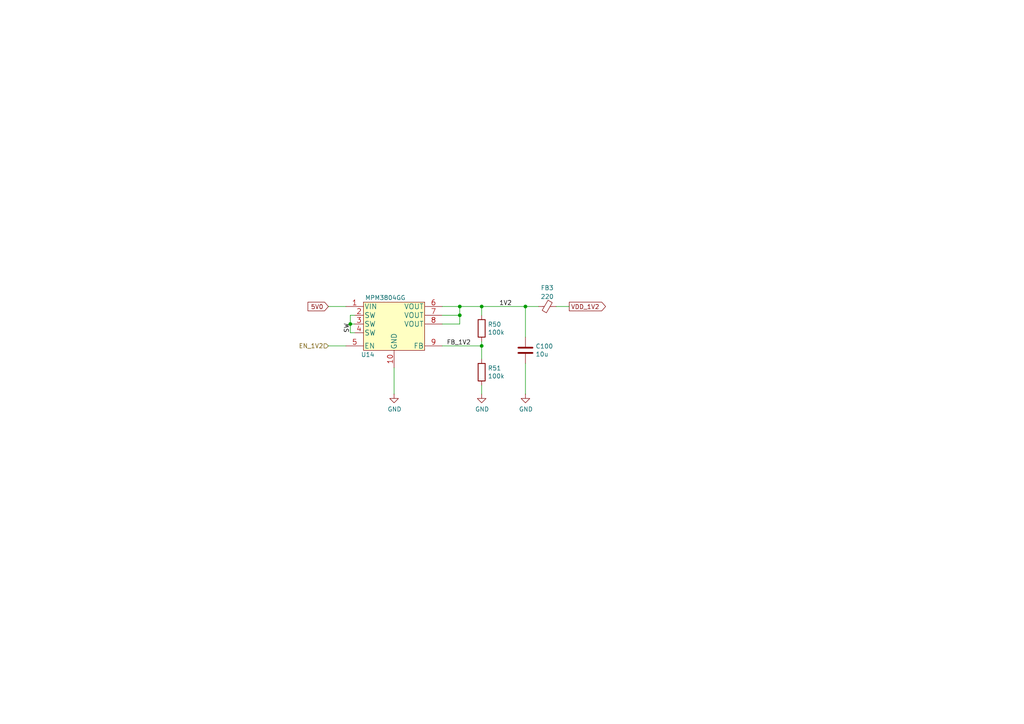
<source format=kicad_sch>
(kicad_sch (version 20231120) (generator "eeschema") (generator_version "8.0")
  (paper "A4")
  (title_block (title "Open MOtor DRiver Initiative  - Single Axis (OMODRI_SA)") (date "2024-03-20") (rev "1.0") (company "LAAS/CNRS"))
  (lib_symbols
    (symbol "Device:C" (pin_numbers hide) (pin_names (offset 0.254))
      (property "Reference" "C" (at 0.635 2.54 0))
      (property "Value" "C" (at 0.635 -2.54 0))
      (symbol "C_0_1"
        (polyline (pts (xy -2.032 -0.762) (xy 2.032 -0.762)) (stroke (width 0.508)))
        (polyline (pts (xy -2.032 0.762) (xy 2.032 0.762)) (stroke (width 0.508)))
      )
      (symbol "C_1_1"
        (pin passive line (at 0 3.81 270) (length 2.794) (name "~") (number "1"))
        (pin passive line (at 0 -3.81 90) (length 2.794) (name "~") (number "2"))
      )
    )
    (symbol "Device:FerriteBead_Small" (pin_numbers hide) (pin_names (offset 0))
      (property "Reference" "FB" (at 1.905 1.27 0))
      (property "Value" "FerriteBead_Small" (at 1.905 -1.27 0))
      (symbol "FerriteBead_Small_0_1"
        (polyline (pts (xy 0 -1.27) (xy 0 -0.7874)))
        (polyline (pts (xy 0 0.889) (xy 0 1.2954)))
        (polyline (pts (xy -1.8288 0.2794) (xy -1.1176 1.4986) (xy 1.8288 -0.2032) (xy 1.1176 -1.4224) (xy -1.8288 0.2794)))
      )
      (symbol "FerriteBead_Small_1_1"
        (pin passive line (at 0 2.54 270) (length 1.27) (name "~") (number "1"))
        (pin passive line (at 0 -2.54 90) (length 1.27) (name "~") (number "2"))
      )
    )
    (symbol "Device:R" (pin_numbers hide) (pin_names (offset 0))
      (property "Reference" "R" (at 2.032 0 90))
      (property "Value" "R" (at 0 0 90))
      (symbol "R_0_1"
        (rectangle (start -1.016 -2.54) (end 1.016 2.54) (stroke (width 0.254)))
      )
      (symbol "R_1_1"
        (pin passive line (at 0 3.81 270) (length 1.27) (name "~") (number "1"))
        (pin passive line (at 0 -3.81 90) (length 1.27) (name "~") (number "2"))
      )
    )
    (symbol "omodri_lib:MPM3804GG" (pin_names (offset 0.254))
      (property "Reference" "U" (at -8.89 11.43 0))
      (property "Value" "MPM3804GG" (at -3.81 8.89 0))
      (symbol "MPM3804GG_1_1"
        (rectangle (start -8.89 7.62) (end 8.89 -6.35) (fill (type background)))
        (pin power_in line (at -13.97 6.35 0) (length 5.08) (name "VIN") (number "1"))
        (pin power_in line (at 0 -11.43 90) (length 5.08) (name "GND") (number "10"))
        (pin passive line (at -11.43 3.81 0) (length 2.54) (name "SW") (number "2"))
        (pin passive line (at -11.43 1.27 0) (length 2.54) (name "SW") (number "3"))
        (pin passive line (at -11.43 -1.27 0) (length 2.54) (name "SW") (number "4"))
        (pin input line (at -13.97 -5.08 0) (length 5.08) (name "EN") (number "5"))
        (pin power_out line (at 13.97 6.35 180) (length 5.08) (name "VOUT") (number "6"))
        (pin passive line (at 13.97 3.81 180) (length 5.08) (name "VOUT") (number "7"))
        (pin passive line (at 13.97 1.27 180) (length 5.08) (name "VOUT") (number "8"))
        (pin input line (at 13.97 -5.08 180) (length 5.08) (name "FB") (number "9"))
      )
    )
    (symbol "power:GND" (power) (pin_numbers hide) (pin_names (offset 0) hide)
      (property "Value" "GND" (at 0 -3.81 0))
      (symbol "GND_0_1"
        (polyline (pts (xy 0 0) (xy 0 -1.27) (xy 1.27 -1.27) (xy 0 -2.54) (xy -1.27 -1.27) (xy 0 -1.27)))
      )
      (symbol "GND_1_1"
        (pin power_in line (at 0 0 270) (length 0) (name "~") (number "1"))
      )
    )
  )
  (junction (at 133.35 88.9))
  (junction (at 133.35 91.44))
  (junction (at 139.7 88.9))
  (junction (at 152.4 88.9))
  (junction (at 139.7 100.33))
  (junction (at 101.6 93.98))
  (wire (pts (xy 152.4 97.79) (xy 152.4 88.9)))
  (wire (pts (xy 128.27 88.9) (xy 133.35 88.9)))
  (wire (pts (xy 139.7 99.06) (xy 139.7 100.33)))
  (wire (pts (xy 156.21 88.9) (xy 152.4 88.9)))
  (wire (pts (xy 102.87 96.52) (xy 101.6 96.52)))
  (wire (pts (xy 161.29 88.9) (xy 165.1 88.9)))
  (wire (pts (xy 101.6 96.52) (xy 101.6 93.98)))
  (wire (pts (xy 133.35 93.98) (xy 133.35 91.44)))
  (wire (pts (xy 102.87 91.44) (xy 101.6 91.44)))
  (wire (pts (xy 128.27 91.44) (xy 133.35 91.44)))
  (wire (pts (xy 152.4 105.41) (xy 152.4 114.3)))
  (wire (pts (xy 95.25 88.9) (xy 100.33 88.9)))
  (wire (pts (xy 133.35 88.9) (xy 139.7 88.9)))
  (wire (pts (xy 101.6 91.44) (xy 101.6 93.98)))
  (wire (pts (xy 139.7 88.9) (xy 152.4 88.9)))
  (wire (pts (xy 133.35 91.44) (xy 133.35 88.9)))
  (wire (pts (xy 101.6 93.98) (xy 102.87 93.98)))
  (wire (pts (xy 139.7 100.33) (xy 139.7 104.14)))
  (wire (pts (xy 139.7 114.3) (xy 139.7 111.76)))
  (wire (pts (xy 128.27 93.98) (xy 133.35 93.98)))
  (wire (pts (xy 95.25 100.33) (xy 100.33 100.33)))
  (wire (pts (xy 139.7 88.9) (xy 139.7 91.44)))
  (wire (pts (xy 114.3 106.68) (xy 114.3 114.3)))
  (wire (pts (xy 128.27 100.33) (xy 139.7 100.33)))
  (label "FB_1V2" (at 129.54 100.33 0))
  (label "SW" (at 101.6 96.52 90))
  (label "1V2" (at 144.78 88.9 0))
  (global_label "5V0" (shape input) (at 95.25 88.9 180) (property "Intersheetrefs" "${INTERSHEET_REFS}" (effects (hide yes))) (property "Références Inter-Feuilles" "${INTERSHEET_REFS}" (effects (hide yes))))
  (global_label "VDD_1V2" (shape output) (at 165.1 88.9 0) (property "Intersheetrefs" "${INTERSHEET_REFS}" (effects (hide yes))) (property "Références Inter-Feuilles" "${INTERSHEET_REFS}" (effects (hide yes))))
  (hierarchical_label "EN_1V2" (shape input) (at 95.25 100.33 180))
  (symbol (lib_id "power:GND") (at 152.4 114.3 0) (unit 1)
    (property "Reference" "#PWR0162" (effects (hide yes)))
    (property "Value" "GND" (at 152.527 118.6942 0))
    (property "Description" "Power symbol creates a global label with name \"GND\" , ground" (effects (hide yes)))
  )
  (symbol (lib_id "power:GND") (at 139.7 114.3 0) (unit 1)
    (property "Reference" "#PWR0161" (effects (hide yes)))
    (property "Value" "GND" (at 139.827 118.6942 0))
    (property "Description" "Power symbol creates a global label with name \"GND\" , ground" (effects (hide yes)))
  )
  (symbol (lib_id "power:GND") (at 114.3 114.3 0) (unit 1)
    (property "Reference" "#PWR0160" (effects (hide yes)))
    (property "Value" "GND" (at 114.427 118.6942 0))
    (property "Description" "Power symbol creates a global label with name \"GND\" , ground" (effects (hide yes)))
  )
  (symbol (lib_id "Device:R") (at 139.7 107.95 0) (unit 1)
    (property "Reference" "R51" (at 141.478 106.7816 0) (effects (justify left)))
    (property "Value" "100k" (at 141.478 109.093 0) (effects (justify left)))
    (property "Footprint" "Resistor_SMD:R_0201_0603Metric" (effects (hide yes)))
    (property "Datasheet" "https://industrial.panasonic.com/sa/products/pt/general-purpose-chip-resistors/models/ERJ1GNF1003C" (effects (hide yes)))
    (property "Description" "0201, 100kΩ, 0.05W, ±1%, SMD  resistor" (effects (hide yes)))
    (property "DigiKey" "P122655CT-ND" (effects (hide yes)))
    (property "Farnell" "2302389" (effects (hide yes)))
    (property "Mouser" "667-ERJ-1GNF1003C" (effects (hide yes)))
    (property "Part No" "ERJ1GNF1003C" (effects (hide yes)))
    (property "RS" "179-7130" (effects (hide yes)))
    (property "LCSC" " C717003" (effects (hide yes)))
    (property "Manufacturer" "PANASONIC" (effects (hide yes)))
    (property "Assembling" "SMD" (effects (hide yes)))
  )
  (symbol (lib_id "Device:R") (at 139.7 95.25 0) (unit 1)
    (property "Reference" "R50" (at 141.478 94.0816 0) (effects (justify left)))
    (property "Value" "100k" (at 141.478 96.393 0) (effects (justify left)))
    (property "Footprint" "Resistor_SMD:R_0201_0603Metric" (effects (hide yes)))
    (property "Datasheet" "https://industrial.panasonic.com/sa/products/pt/general-purpose-chip-resistors/models/ERJ1GNF1003C" (effects (hide yes)))
    (property "Description" "0201, 100kΩ, 0.05W, ±1%, SMD  resistor" (effects (hide yes)))
    (property "DigiKey" "P122655CT-ND" (effects (hide yes)))
    (property "Farnell" "2302389" (effects (hide yes)))
    (property "Mouser" "667-ERJ-1GNF1003C" (effects (hide yes)))
    (property "Part No" "ERJ1GNF1003C" (effects (hide yes)))
    (property "RS" "179-7130" (effects (hide yes)))
    (property "LCSC" " C717003" (effects (hide yes)))
    (property "Manufacturer" "PANASONIC" (effects (hide yes)))
    (property "Assembling" "SMD" (effects (hide yes)))
  )
  (symbol (lib_id "omodri_lib:MPM3804GG") (at 114.3 95.25 0) (unit 1)
    (property "Reference" "U14" (at 106.68 102.87 0))
    (property "Value" "MPM3804GG" (at 111.76 86.36 0))
    (property "Footprint" "udriver3:QFN-10_2x2mm_P0.5mm" (effects (hide yes)))
    (property "Datasheet" "https://www.monolithicpower.com/en/documentview/productdocument/index/version/2/document_type/Datasheet/lang/en/sku/MPM3804GG/document_id/2122/" (effects (hide yes)))
    (property "Description" "QFN-10, 2.3V to 5.5V, 0.6A, Step-Down Converter /w Integrated Inductor in Ultra-Small 2x2x0.9mm" (effects (hide yes)))
    (property "DigiKey" "1589-1982-1-ND" (effects (hide yes)))
    (property "Farnell" "3358188" (effects (hide yes)))
    (property "Mouser" "946-MPM3804GG-Z" (effects (hide yes)))
    (property "Part No" "MPM3804GG" (effects (hide yes)))
    (property "LCSC" "C5799646" (effects (hide yes)))
    (property "Manufacturer" "MPS" (effects (hide yes)))
    (property "Assembling" "SMD" (effects (hide yes)))
  )
  (symbol (lib_id "Device:C") (at 152.4 101.6 0) (unit 1)
    (property "Reference" "C100" (at 155.321 100.4316 0) (effects (justify left)))
    (property "Value" "10u" (at 155.321 102.743 0) (effects (justify left)))
    (property "Footprint" "Capacitor_SMD:C_0402_1005Metric" (effects (hide yes)))
    (property "Datasheet" "https://www.murata.com/en-eu/products/productdetail?partno=GRM155R61A106ME11%23" (effects (hide yes)))
    (property "Description" "0402, 10uf, 10V,  ±20%, X5R, SMD MLCC" (effects (hide yes)))
    (property "DigiKey" "490-GRM155R61A106ME11DCT-ND" (effects (hide yes)))
    (property "Farnell" "3785802" (effects (hide yes)))
    (property "Mouser" "81-GRM155R61A106ME1D" (effects (hide yes)))
    (property "Part No" "GRM155R61A106ME11D" (effects (hide yes)))
    (property "RS" "260-8765" (effects (hide yes)))
    (property "LCSC" "C408132" (effects (hide yes)))
    (property "Manufacturer" "MURATA" (effects (hide yes)))
    (property "Assembling" "SMD" (effects (hide yes)))
  )
  (symbol (lib_id "Device:FerriteBead_Small") (at 158.75 88.9 90) (unit 1)
    (property "Reference" "FB3" (at 158.7119 83.4984 90))
    (property "Value" "220" (at 158.7119 86.0353 90))
    (property "Footprint" "Resistor_SMD:R_0603_1608Metric" (effects (hide yes)))
    (property "Datasheet" "https://www.murata.com/en-eu/products/productdetail?partno=BLM18SG221TN1%23" (effects (hide yes)))
    (property "Description" "0603, 0.04Ω(DC), 220Ω(100MHz), ferrite bead" (effects (hide yes)))
    (property "DigiKey" "490-5225-1-ND" (effects (hide yes)))
    (property "Farnell" "1515753" (effects (hide yes)))
    (property "Mouser" "81-BLM18SG221TN1D" (effects (hide yes)))
    (property "Part No" "BLM18SG221TN1D" (effects (hide yes)))
    (property "LCSC" "C88988" (effects (hide yes)))
    (property "Manufacturer" "MURATA" (effects (hide yes)))
    (property "Assembling" "SMD" (effects (hide yes)))
  )
)
</source>
